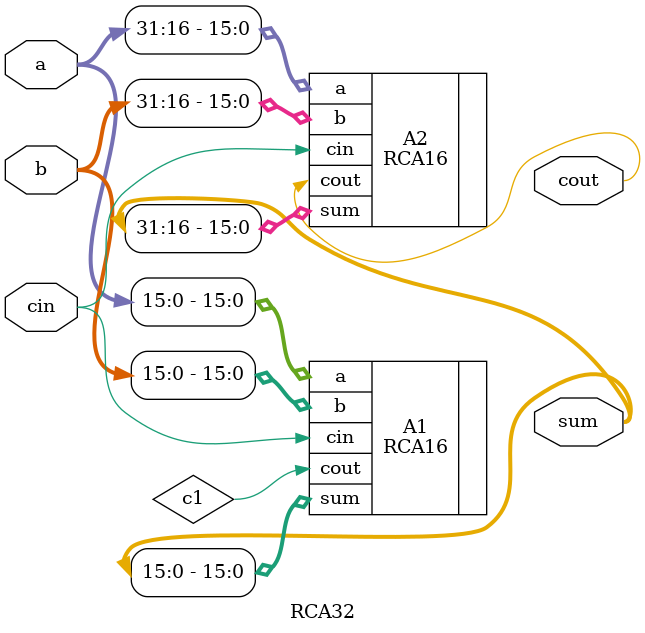
<source format=v>
`timescale 1ns / 1ps


module RCA32(a,b,cin,sum,cout); 
    input [31:0]a,b;
    input cin; 
    output [31:0]sum; 
    output cout;  
    
    wire c1; 
    
    RCA16 A1(.a(a[15:0]),.b(b[15:0]),.cin(cin),.sum(sum[15:0]),.cout(c1)); 
    RCA16 A2(.a(a[31:16]),.b(b[31:16]),.cin(cin),.sum(sum[31:16]),.cout(cout));   
    
    
endmodule

</source>
